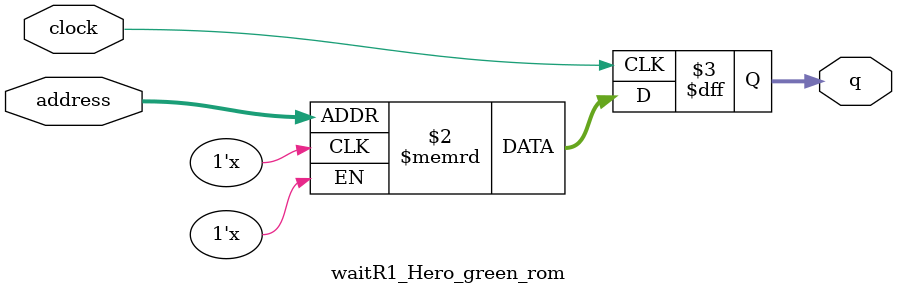
<source format=sv>
module waitR1_Hero_green_rom (
	input logic clock,
	input logic [11:0] address,
	output logic [2:0] q
);

logic [2:0] memory [0:2639] /* synthesis ram_init_file = "./waitR1_Hero_green/waitR1_Hero_green.mif" */;

always_ff @ (posedge clock) begin
	q <= memory[address];
end

endmodule

</source>
